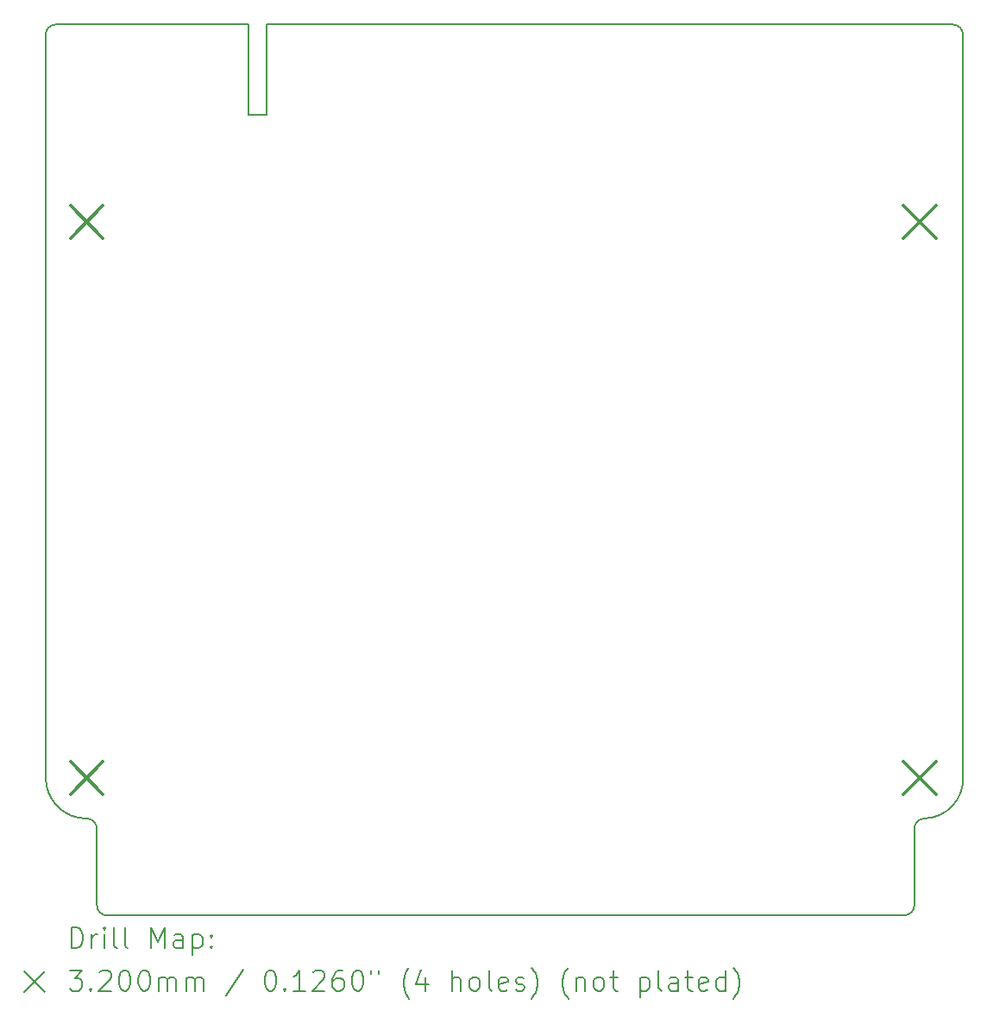
<source format=gbr>
%TF.GenerationSoftware,KiCad,Pcbnew,8.0.6-8.0.6-0~ubuntu24.04.1*%
%TF.CreationDate,2024-10-21T21:08:44+03:00*%
%TF.ProjectId,ZX Spectrum_ BUS Expander,5a582053-7065-4637-9472-756d2c204255,rev?*%
%TF.SameCoordinates,Original*%
%TF.FileFunction,Drillmap*%
%TF.FilePolarity,Positive*%
%FSLAX45Y45*%
G04 Gerber Fmt 4.5, Leading zero omitted, Abs format (unit mm)*
G04 Created by KiCad (PCBNEW 8.0.6-8.0.6-0~ubuntu24.04.1) date 2024-10-21 21:08:44*
%MOMM*%
%LPD*%
G01*
G04 APERTURE LIST*
%ADD10C,0.150000*%
%ADD11C,0.200000*%
%ADD12C,0.320000*%
G04 APERTURE END LIST*
D10*
X9481820Y-12554900D02*
X9481820Y-5267551D01*
X9984520Y-13804900D02*
X9984520Y-13054900D01*
X11652820Y-5168900D02*
X18384520Y-5168900D01*
X11652820Y-6057900D02*
X11652820Y-5168900D01*
X18384520Y-5168900D02*
G75*
G02*
X18484520Y-5268900I0J-100000D01*
G01*
X9884520Y-12954900D02*
G75*
G02*
X9984520Y-13054900I0J-100000D01*
G01*
X9580471Y-5168900D02*
X11475020Y-5168900D01*
X17906757Y-13904000D02*
X10084520Y-13904900D01*
X18006757Y-13804000D02*
G75*
G02*
X17906757Y-13903997I-99997J0D01*
G01*
X9884520Y-12954900D02*
G75*
G02*
X9481820Y-12554900I-1350J401350D01*
G01*
X18484520Y-5268900D02*
X18484520Y-12554000D01*
X10084520Y-13904900D02*
G75*
G02*
X9984520Y-13804900I0J100000D01*
G01*
X18484520Y-12554000D02*
G75*
G02*
X18106757Y-12954000I-388880J-11120D01*
G01*
X11475020Y-5168900D02*
X11475020Y-6057900D01*
X9481820Y-5267551D02*
G75*
G02*
X9580471Y-5168900I98650J1D01*
G01*
X11475020Y-6057900D02*
X11652820Y-6057900D01*
X18006757Y-13054000D02*
X18006757Y-13804000D01*
X18006757Y-13054000D02*
G75*
G02*
X18106757Y-12953997I100003J0D01*
G01*
D11*
D12*
X9724520Y-6942600D02*
X10044520Y-7262600D01*
X10044520Y-6942600D02*
X9724520Y-7262600D01*
X9724520Y-12394900D02*
X10044520Y-12714900D01*
X10044520Y-12394900D02*
X9724520Y-12714900D01*
X17901940Y-6942600D02*
X18221940Y-7262600D01*
X18221940Y-6942600D02*
X17901940Y-7262600D01*
X17901940Y-12394900D02*
X18221940Y-12714900D01*
X18221940Y-12394900D02*
X17901940Y-12714900D01*
D11*
X9735097Y-14223884D02*
X9735097Y-14023884D01*
X9735097Y-14023884D02*
X9782716Y-14023884D01*
X9782716Y-14023884D02*
X9811287Y-14033408D01*
X9811287Y-14033408D02*
X9830335Y-14052455D01*
X9830335Y-14052455D02*
X9839859Y-14071503D01*
X9839859Y-14071503D02*
X9849383Y-14109598D01*
X9849383Y-14109598D02*
X9849383Y-14138169D01*
X9849383Y-14138169D02*
X9839859Y-14176265D01*
X9839859Y-14176265D02*
X9830335Y-14195312D01*
X9830335Y-14195312D02*
X9811287Y-14214360D01*
X9811287Y-14214360D02*
X9782716Y-14223884D01*
X9782716Y-14223884D02*
X9735097Y-14223884D01*
X9935097Y-14223884D02*
X9935097Y-14090550D01*
X9935097Y-14128646D02*
X9944621Y-14109598D01*
X9944621Y-14109598D02*
X9954144Y-14100074D01*
X9954144Y-14100074D02*
X9973192Y-14090550D01*
X9973192Y-14090550D02*
X9992240Y-14090550D01*
X10058906Y-14223884D02*
X10058906Y-14090550D01*
X10058906Y-14023884D02*
X10049383Y-14033408D01*
X10049383Y-14033408D02*
X10058906Y-14042931D01*
X10058906Y-14042931D02*
X10068430Y-14033408D01*
X10068430Y-14033408D02*
X10058906Y-14023884D01*
X10058906Y-14023884D02*
X10058906Y-14042931D01*
X10182716Y-14223884D02*
X10163668Y-14214360D01*
X10163668Y-14214360D02*
X10154144Y-14195312D01*
X10154144Y-14195312D02*
X10154144Y-14023884D01*
X10287478Y-14223884D02*
X10268430Y-14214360D01*
X10268430Y-14214360D02*
X10258906Y-14195312D01*
X10258906Y-14195312D02*
X10258906Y-14023884D01*
X10516049Y-14223884D02*
X10516049Y-14023884D01*
X10516049Y-14023884D02*
X10582716Y-14166741D01*
X10582716Y-14166741D02*
X10649383Y-14023884D01*
X10649383Y-14023884D02*
X10649383Y-14223884D01*
X10830335Y-14223884D02*
X10830335Y-14119122D01*
X10830335Y-14119122D02*
X10820811Y-14100074D01*
X10820811Y-14100074D02*
X10801764Y-14090550D01*
X10801764Y-14090550D02*
X10763668Y-14090550D01*
X10763668Y-14090550D02*
X10744621Y-14100074D01*
X10830335Y-14214360D02*
X10811287Y-14223884D01*
X10811287Y-14223884D02*
X10763668Y-14223884D01*
X10763668Y-14223884D02*
X10744621Y-14214360D01*
X10744621Y-14214360D02*
X10735097Y-14195312D01*
X10735097Y-14195312D02*
X10735097Y-14176265D01*
X10735097Y-14176265D02*
X10744621Y-14157217D01*
X10744621Y-14157217D02*
X10763668Y-14147693D01*
X10763668Y-14147693D02*
X10811287Y-14147693D01*
X10811287Y-14147693D02*
X10830335Y-14138169D01*
X10925573Y-14090550D02*
X10925573Y-14290550D01*
X10925573Y-14100074D02*
X10944621Y-14090550D01*
X10944621Y-14090550D02*
X10982716Y-14090550D01*
X10982716Y-14090550D02*
X11001764Y-14100074D01*
X11001764Y-14100074D02*
X11011287Y-14109598D01*
X11011287Y-14109598D02*
X11020811Y-14128646D01*
X11020811Y-14128646D02*
X11020811Y-14185788D01*
X11020811Y-14185788D02*
X11011287Y-14204836D01*
X11011287Y-14204836D02*
X11001764Y-14214360D01*
X11001764Y-14214360D02*
X10982716Y-14223884D01*
X10982716Y-14223884D02*
X10944621Y-14223884D01*
X10944621Y-14223884D02*
X10925573Y-14214360D01*
X11106525Y-14204836D02*
X11116049Y-14214360D01*
X11116049Y-14214360D02*
X11106525Y-14223884D01*
X11106525Y-14223884D02*
X11097002Y-14214360D01*
X11097002Y-14214360D02*
X11106525Y-14204836D01*
X11106525Y-14204836D02*
X11106525Y-14223884D01*
X11106525Y-14100074D02*
X11116049Y-14109598D01*
X11116049Y-14109598D02*
X11106525Y-14119122D01*
X11106525Y-14119122D02*
X11097002Y-14109598D01*
X11097002Y-14109598D02*
X11106525Y-14100074D01*
X11106525Y-14100074D02*
X11106525Y-14119122D01*
X9274320Y-14452400D02*
X9474320Y-14652400D01*
X9474320Y-14452400D02*
X9274320Y-14652400D01*
X9716049Y-14443884D02*
X9839859Y-14443884D01*
X9839859Y-14443884D02*
X9773192Y-14520074D01*
X9773192Y-14520074D02*
X9801764Y-14520074D01*
X9801764Y-14520074D02*
X9820811Y-14529598D01*
X9820811Y-14529598D02*
X9830335Y-14539122D01*
X9830335Y-14539122D02*
X9839859Y-14558169D01*
X9839859Y-14558169D02*
X9839859Y-14605788D01*
X9839859Y-14605788D02*
X9830335Y-14624836D01*
X9830335Y-14624836D02*
X9820811Y-14634360D01*
X9820811Y-14634360D02*
X9801764Y-14643884D01*
X9801764Y-14643884D02*
X9744621Y-14643884D01*
X9744621Y-14643884D02*
X9725573Y-14634360D01*
X9725573Y-14634360D02*
X9716049Y-14624836D01*
X9925573Y-14624836D02*
X9935097Y-14634360D01*
X9935097Y-14634360D02*
X9925573Y-14643884D01*
X9925573Y-14643884D02*
X9916049Y-14634360D01*
X9916049Y-14634360D02*
X9925573Y-14624836D01*
X9925573Y-14624836D02*
X9925573Y-14643884D01*
X10011287Y-14462931D02*
X10020811Y-14453408D01*
X10020811Y-14453408D02*
X10039859Y-14443884D01*
X10039859Y-14443884D02*
X10087478Y-14443884D01*
X10087478Y-14443884D02*
X10106525Y-14453408D01*
X10106525Y-14453408D02*
X10116049Y-14462931D01*
X10116049Y-14462931D02*
X10125573Y-14481979D01*
X10125573Y-14481979D02*
X10125573Y-14501027D01*
X10125573Y-14501027D02*
X10116049Y-14529598D01*
X10116049Y-14529598D02*
X10001764Y-14643884D01*
X10001764Y-14643884D02*
X10125573Y-14643884D01*
X10249383Y-14443884D02*
X10268430Y-14443884D01*
X10268430Y-14443884D02*
X10287478Y-14453408D01*
X10287478Y-14453408D02*
X10297002Y-14462931D01*
X10297002Y-14462931D02*
X10306525Y-14481979D01*
X10306525Y-14481979D02*
X10316049Y-14520074D01*
X10316049Y-14520074D02*
X10316049Y-14567693D01*
X10316049Y-14567693D02*
X10306525Y-14605788D01*
X10306525Y-14605788D02*
X10297002Y-14624836D01*
X10297002Y-14624836D02*
X10287478Y-14634360D01*
X10287478Y-14634360D02*
X10268430Y-14643884D01*
X10268430Y-14643884D02*
X10249383Y-14643884D01*
X10249383Y-14643884D02*
X10230335Y-14634360D01*
X10230335Y-14634360D02*
X10220811Y-14624836D01*
X10220811Y-14624836D02*
X10211287Y-14605788D01*
X10211287Y-14605788D02*
X10201764Y-14567693D01*
X10201764Y-14567693D02*
X10201764Y-14520074D01*
X10201764Y-14520074D02*
X10211287Y-14481979D01*
X10211287Y-14481979D02*
X10220811Y-14462931D01*
X10220811Y-14462931D02*
X10230335Y-14453408D01*
X10230335Y-14453408D02*
X10249383Y-14443884D01*
X10439859Y-14443884D02*
X10458906Y-14443884D01*
X10458906Y-14443884D02*
X10477954Y-14453408D01*
X10477954Y-14453408D02*
X10487478Y-14462931D01*
X10487478Y-14462931D02*
X10497002Y-14481979D01*
X10497002Y-14481979D02*
X10506525Y-14520074D01*
X10506525Y-14520074D02*
X10506525Y-14567693D01*
X10506525Y-14567693D02*
X10497002Y-14605788D01*
X10497002Y-14605788D02*
X10487478Y-14624836D01*
X10487478Y-14624836D02*
X10477954Y-14634360D01*
X10477954Y-14634360D02*
X10458906Y-14643884D01*
X10458906Y-14643884D02*
X10439859Y-14643884D01*
X10439859Y-14643884D02*
X10420811Y-14634360D01*
X10420811Y-14634360D02*
X10411287Y-14624836D01*
X10411287Y-14624836D02*
X10401764Y-14605788D01*
X10401764Y-14605788D02*
X10392240Y-14567693D01*
X10392240Y-14567693D02*
X10392240Y-14520074D01*
X10392240Y-14520074D02*
X10401764Y-14481979D01*
X10401764Y-14481979D02*
X10411287Y-14462931D01*
X10411287Y-14462931D02*
X10420811Y-14453408D01*
X10420811Y-14453408D02*
X10439859Y-14443884D01*
X10592240Y-14643884D02*
X10592240Y-14510550D01*
X10592240Y-14529598D02*
X10601764Y-14520074D01*
X10601764Y-14520074D02*
X10620811Y-14510550D01*
X10620811Y-14510550D02*
X10649383Y-14510550D01*
X10649383Y-14510550D02*
X10668430Y-14520074D01*
X10668430Y-14520074D02*
X10677954Y-14539122D01*
X10677954Y-14539122D02*
X10677954Y-14643884D01*
X10677954Y-14539122D02*
X10687478Y-14520074D01*
X10687478Y-14520074D02*
X10706525Y-14510550D01*
X10706525Y-14510550D02*
X10735097Y-14510550D01*
X10735097Y-14510550D02*
X10754145Y-14520074D01*
X10754145Y-14520074D02*
X10763668Y-14539122D01*
X10763668Y-14539122D02*
X10763668Y-14643884D01*
X10858906Y-14643884D02*
X10858906Y-14510550D01*
X10858906Y-14529598D02*
X10868430Y-14520074D01*
X10868430Y-14520074D02*
X10887478Y-14510550D01*
X10887478Y-14510550D02*
X10916049Y-14510550D01*
X10916049Y-14510550D02*
X10935097Y-14520074D01*
X10935097Y-14520074D02*
X10944621Y-14539122D01*
X10944621Y-14539122D02*
X10944621Y-14643884D01*
X10944621Y-14539122D02*
X10954145Y-14520074D01*
X10954145Y-14520074D02*
X10973192Y-14510550D01*
X10973192Y-14510550D02*
X11001764Y-14510550D01*
X11001764Y-14510550D02*
X11020811Y-14520074D01*
X11020811Y-14520074D02*
X11030335Y-14539122D01*
X11030335Y-14539122D02*
X11030335Y-14643884D01*
X11420811Y-14434360D02*
X11249383Y-14691503D01*
X11677954Y-14443884D02*
X11697002Y-14443884D01*
X11697002Y-14443884D02*
X11716049Y-14453408D01*
X11716049Y-14453408D02*
X11725573Y-14462931D01*
X11725573Y-14462931D02*
X11735097Y-14481979D01*
X11735097Y-14481979D02*
X11744621Y-14520074D01*
X11744621Y-14520074D02*
X11744621Y-14567693D01*
X11744621Y-14567693D02*
X11735097Y-14605788D01*
X11735097Y-14605788D02*
X11725573Y-14624836D01*
X11725573Y-14624836D02*
X11716049Y-14634360D01*
X11716049Y-14634360D02*
X11697002Y-14643884D01*
X11697002Y-14643884D02*
X11677954Y-14643884D01*
X11677954Y-14643884D02*
X11658906Y-14634360D01*
X11658906Y-14634360D02*
X11649383Y-14624836D01*
X11649383Y-14624836D02*
X11639859Y-14605788D01*
X11639859Y-14605788D02*
X11630335Y-14567693D01*
X11630335Y-14567693D02*
X11630335Y-14520074D01*
X11630335Y-14520074D02*
X11639859Y-14481979D01*
X11639859Y-14481979D02*
X11649383Y-14462931D01*
X11649383Y-14462931D02*
X11658906Y-14453408D01*
X11658906Y-14453408D02*
X11677954Y-14443884D01*
X11830335Y-14624836D02*
X11839859Y-14634360D01*
X11839859Y-14634360D02*
X11830335Y-14643884D01*
X11830335Y-14643884D02*
X11820811Y-14634360D01*
X11820811Y-14634360D02*
X11830335Y-14624836D01*
X11830335Y-14624836D02*
X11830335Y-14643884D01*
X12030335Y-14643884D02*
X11916049Y-14643884D01*
X11973192Y-14643884D02*
X11973192Y-14443884D01*
X11973192Y-14443884D02*
X11954145Y-14472455D01*
X11954145Y-14472455D02*
X11935097Y-14491503D01*
X11935097Y-14491503D02*
X11916049Y-14501027D01*
X12106526Y-14462931D02*
X12116049Y-14453408D01*
X12116049Y-14453408D02*
X12135097Y-14443884D01*
X12135097Y-14443884D02*
X12182716Y-14443884D01*
X12182716Y-14443884D02*
X12201764Y-14453408D01*
X12201764Y-14453408D02*
X12211287Y-14462931D01*
X12211287Y-14462931D02*
X12220811Y-14481979D01*
X12220811Y-14481979D02*
X12220811Y-14501027D01*
X12220811Y-14501027D02*
X12211287Y-14529598D01*
X12211287Y-14529598D02*
X12097002Y-14643884D01*
X12097002Y-14643884D02*
X12220811Y-14643884D01*
X12392240Y-14443884D02*
X12354145Y-14443884D01*
X12354145Y-14443884D02*
X12335097Y-14453408D01*
X12335097Y-14453408D02*
X12325573Y-14462931D01*
X12325573Y-14462931D02*
X12306526Y-14491503D01*
X12306526Y-14491503D02*
X12297002Y-14529598D01*
X12297002Y-14529598D02*
X12297002Y-14605788D01*
X12297002Y-14605788D02*
X12306526Y-14624836D01*
X12306526Y-14624836D02*
X12316049Y-14634360D01*
X12316049Y-14634360D02*
X12335097Y-14643884D01*
X12335097Y-14643884D02*
X12373192Y-14643884D01*
X12373192Y-14643884D02*
X12392240Y-14634360D01*
X12392240Y-14634360D02*
X12401764Y-14624836D01*
X12401764Y-14624836D02*
X12411287Y-14605788D01*
X12411287Y-14605788D02*
X12411287Y-14558169D01*
X12411287Y-14558169D02*
X12401764Y-14539122D01*
X12401764Y-14539122D02*
X12392240Y-14529598D01*
X12392240Y-14529598D02*
X12373192Y-14520074D01*
X12373192Y-14520074D02*
X12335097Y-14520074D01*
X12335097Y-14520074D02*
X12316049Y-14529598D01*
X12316049Y-14529598D02*
X12306526Y-14539122D01*
X12306526Y-14539122D02*
X12297002Y-14558169D01*
X12535097Y-14443884D02*
X12554145Y-14443884D01*
X12554145Y-14443884D02*
X12573192Y-14453408D01*
X12573192Y-14453408D02*
X12582716Y-14462931D01*
X12582716Y-14462931D02*
X12592240Y-14481979D01*
X12592240Y-14481979D02*
X12601764Y-14520074D01*
X12601764Y-14520074D02*
X12601764Y-14567693D01*
X12601764Y-14567693D02*
X12592240Y-14605788D01*
X12592240Y-14605788D02*
X12582716Y-14624836D01*
X12582716Y-14624836D02*
X12573192Y-14634360D01*
X12573192Y-14634360D02*
X12554145Y-14643884D01*
X12554145Y-14643884D02*
X12535097Y-14643884D01*
X12535097Y-14643884D02*
X12516049Y-14634360D01*
X12516049Y-14634360D02*
X12506526Y-14624836D01*
X12506526Y-14624836D02*
X12497002Y-14605788D01*
X12497002Y-14605788D02*
X12487478Y-14567693D01*
X12487478Y-14567693D02*
X12487478Y-14520074D01*
X12487478Y-14520074D02*
X12497002Y-14481979D01*
X12497002Y-14481979D02*
X12506526Y-14462931D01*
X12506526Y-14462931D02*
X12516049Y-14453408D01*
X12516049Y-14453408D02*
X12535097Y-14443884D01*
X12677954Y-14443884D02*
X12677954Y-14481979D01*
X12754145Y-14443884D02*
X12754145Y-14481979D01*
X13049383Y-14720074D02*
X13039859Y-14710550D01*
X13039859Y-14710550D02*
X13020811Y-14681979D01*
X13020811Y-14681979D02*
X13011288Y-14662931D01*
X13011288Y-14662931D02*
X13001764Y-14634360D01*
X13001764Y-14634360D02*
X12992240Y-14586741D01*
X12992240Y-14586741D02*
X12992240Y-14548646D01*
X12992240Y-14548646D02*
X13001764Y-14501027D01*
X13001764Y-14501027D02*
X13011288Y-14472455D01*
X13011288Y-14472455D02*
X13020811Y-14453408D01*
X13020811Y-14453408D02*
X13039859Y-14424836D01*
X13039859Y-14424836D02*
X13049383Y-14415312D01*
X13211288Y-14510550D02*
X13211288Y-14643884D01*
X13163668Y-14434360D02*
X13116049Y-14577217D01*
X13116049Y-14577217D02*
X13239859Y-14577217D01*
X13468430Y-14643884D02*
X13468430Y-14443884D01*
X13554145Y-14643884D02*
X13554145Y-14539122D01*
X13554145Y-14539122D02*
X13544621Y-14520074D01*
X13544621Y-14520074D02*
X13525573Y-14510550D01*
X13525573Y-14510550D02*
X13497002Y-14510550D01*
X13497002Y-14510550D02*
X13477954Y-14520074D01*
X13477954Y-14520074D02*
X13468430Y-14529598D01*
X13677954Y-14643884D02*
X13658907Y-14634360D01*
X13658907Y-14634360D02*
X13649383Y-14624836D01*
X13649383Y-14624836D02*
X13639859Y-14605788D01*
X13639859Y-14605788D02*
X13639859Y-14548646D01*
X13639859Y-14548646D02*
X13649383Y-14529598D01*
X13649383Y-14529598D02*
X13658907Y-14520074D01*
X13658907Y-14520074D02*
X13677954Y-14510550D01*
X13677954Y-14510550D02*
X13706526Y-14510550D01*
X13706526Y-14510550D02*
X13725573Y-14520074D01*
X13725573Y-14520074D02*
X13735097Y-14529598D01*
X13735097Y-14529598D02*
X13744621Y-14548646D01*
X13744621Y-14548646D02*
X13744621Y-14605788D01*
X13744621Y-14605788D02*
X13735097Y-14624836D01*
X13735097Y-14624836D02*
X13725573Y-14634360D01*
X13725573Y-14634360D02*
X13706526Y-14643884D01*
X13706526Y-14643884D02*
X13677954Y-14643884D01*
X13858907Y-14643884D02*
X13839859Y-14634360D01*
X13839859Y-14634360D02*
X13830335Y-14615312D01*
X13830335Y-14615312D02*
X13830335Y-14443884D01*
X14011288Y-14634360D02*
X13992240Y-14643884D01*
X13992240Y-14643884D02*
X13954145Y-14643884D01*
X13954145Y-14643884D02*
X13935097Y-14634360D01*
X13935097Y-14634360D02*
X13925573Y-14615312D01*
X13925573Y-14615312D02*
X13925573Y-14539122D01*
X13925573Y-14539122D02*
X13935097Y-14520074D01*
X13935097Y-14520074D02*
X13954145Y-14510550D01*
X13954145Y-14510550D02*
X13992240Y-14510550D01*
X13992240Y-14510550D02*
X14011288Y-14520074D01*
X14011288Y-14520074D02*
X14020811Y-14539122D01*
X14020811Y-14539122D02*
X14020811Y-14558169D01*
X14020811Y-14558169D02*
X13925573Y-14577217D01*
X14097002Y-14634360D02*
X14116050Y-14643884D01*
X14116050Y-14643884D02*
X14154145Y-14643884D01*
X14154145Y-14643884D02*
X14173192Y-14634360D01*
X14173192Y-14634360D02*
X14182716Y-14615312D01*
X14182716Y-14615312D02*
X14182716Y-14605788D01*
X14182716Y-14605788D02*
X14173192Y-14586741D01*
X14173192Y-14586741D02*
X14154145Y-14577217D01*
X14154145Y-14577217D02*
X14125573Y-14577217D01*
X14125573Y-14577217D02*
X14106526Y-14567693D01*
X14106526Y-14567693D02*
X14097002Y-14548646D01*
X14097002Y-14548646D02*
X14097002Y-14539122D01*
X14097002Y-14539122D02*
X14106526Y-14520074D01*
X14106526Y-14520074D02*
X14125573Y-14510550D01*
X14125573Y-14510550D02*
X14154145Y-14510550D01*
X14154145Y-14510550D02*
X14173192Y-14520074D01*
X14249383Y-14720074D02*
X14258907Y-14710550D01*
X14258907Y-14710550D02*
X14277954Y-14681979D01*
X14277954Y-14681979D02*
X14287478Y-14662931D01*
X14287478Y-14662931D02*
X14297002Y-14634360D01*
X14297002Y-14634360D02*
X14306526Y-14586741D01*
X14306526Y-14586741D02*
X14306526Y-14548646D01*
X14306526Y-14548646D02*
X14297002Y-14501027D01*
X14297002Y-14501027D02*
X14287478Y-14472455D01*
X14287478Y-14472455D02*
X14277954Y-14453408D01*
X14277954Y-14453408D02*
X14258907Y-14424836D01*
X14258907Y-14424836D02*
X14249383Y-14415312D01*
X14611288Y-14720074D02*
X14601764Y-14710550D01*
X14601764Y-14710550D02*
X14582716Y-14681979D01*
X14582716Y-14681979D02*
X14573192Y-14662931D01*
X14573192Y-14662931D02*
X14563669Y-14634360D01*
X14563669Y-14634360D02*
X14554145Y-14586741D01*
X14554145Y-14586741D02*
X14554145Y-14548646D01*
X14554145Y-14548646D02*
X14563669Y-14501027D01*
X14563669Y-14501027D02*
X14573192Y-14472455D01*
X14573192Y-14472455D02*
X14582716Y-14453408D01*
X14582716Y-14453408D02*
X14601764Y-14424836D01*
X14601764Y-14424836D02*
X14611288Y-14415312D01*
X14687478Y-14510550D02*
X14687478Y-14643884D01*
X14687478Y-14529598D02*
X14697002Y-14520074D01*
X14697002Y-14520074D02*
X14716050Y-14510550D01*
X14716050Y-14510550D02*
X14744621Y-14510550D01*
X14744621Y-14510550D02*
X14763669Y-14520074D01*
X14763669Y-14520074D02*
X14773192Y-14539122D01*
X14773192Y-14539122D02*
X14773192Y-14643884D01*
X14897002Y-14643884D02*
X14877954Y-14634360D01*
X14877954Y-14634360D02*
X14868431Y-14624836D01*
X14868431Y-14624836D02*
X14858907Y-14605788D01*
X14858907Y-14605788D02*
X14858907Y-14548646D01*
X14858907Y-14548646D02*
X14868431Y-14529598D01*
X14868431Y-14529598D02*
X14877954Y-14520074D01*
X14877954Y-14520074D02*
X14897002Y-14510550D01*
X14897002Y-14510550D02*
X14925573Y-14510550D01*
X14925573Y-14510550D02*
X14944621Y-14520074D01*
X14944621Y-14520074D02*
X14954145Y-14529598D01*
X14954145Y-14529598D02*
X14963669Y-14548646D01*
X14963669Y-14548646D02*
X14963669Y-14605788D01*
X14963669Y-14605788D02*
X14954145Y-14624836D01*
X14954145Y-14624836D02*
X14944621Y-14634360D01*
X14944621Y-14634360D02*
X14925573Y-14643884D01*
X14925573Y-14643884D02*
X14897002Y-14643884D01*
X15020812Y-14510550D02*
X15097002Y-14510550D01*
X15049383Y-14443884D02*
X15049383Y-14615312D01*
X15049383Y-14615312D02*
X15058907Y-14634360D01*
X15058907Y-14634360D02*
X15077954Y-14643884D01*
X15077954Y-14643884D02*
X15097002Y-14643884D01*
X15316050Y-14510550D02*
X15316050Y-14710550D01*
X15316050Y-14520074D02*
X15335097Y-14510550D01*
X15335097Y-14510550D02*
X15373193Y-14510550D01*
X15373193Y-14510550D02*
X15392240Y-14520074D01*
X15392240Y-14520074D02*
X15401764Y-14529598D01*
X15401764Y-14529598D02*
X15411288Y-14548646D01*
X15411288Y-14548646D02*
X15411288Y-14605788D01*
X15411288Y-14605788D02*
X15401764Y-14624836D01*
X15401764Y-14624836D02*
X15392240Y-14634360D01*
X15392240Y-14634360D02*
X15373193Y-14643884D01*
X15373193Y-14643884D02*
X15335097Y-14643884D01*
X15335097Y-14643884D02*
X15316050Y-14634360D01*
X15525573Y-14643884D02*
X15506526Y-14634360D01*
X15506526Y-14634360D02*
X15497002Y-14615312D01*
X15497002Y-14615312D02*
X15497002Y-14443884D01*
X15687478Y-14643884D02*
X15687478Y-14539122D01*
X15687478Y-14539122D02*
X15677954Y-14520074D01*
X15677954Y-14520074D02*
X15658907Y-14510550D01*
X15658907Y-14510550D02*
X15620812Y-14510550D01*
X15620812Y-14510550D02*
X15601764Y-14520074D01*
X15687478Y-14634360D02*
X15668431Y-14643884D01*
X15668431Y-14643884D02*
X15620812Y-14643884D01*
X15620812Y-14643884D02*
X15601764Y-14634360D01*
X15601764Y-14634360D02*
X15592240Y-14615312D01*
X15592240Y-14615312D02*
X15592240Y-14596265D01*
X15592240Y-14596265D02*
X15601764Y-14577217D01*
X15601764Y-14577217D02*
X15620812Y-14567693D01*
X15620812Y-14567693D02*
X15668431Y-14567693D01*
X15668431Y-14567693D02*
X15687478Y-14558169D01*
X15754145Y-14510550D02*
X15830335Y-14510550D01*
X15782716Y-14443884D02*
X15782716Y-14615312D01*
X15782716Y-14615312D02*
X15792240Y-14634360D01*
X15792240Y-14634360D02*
X15811288Y-14643884D01*
X15811288Y-14643884D02*
X15830335Y-14643884D01*
X15973193Y-14634360D02*
X15954145Y-14643884D01*
X15954145Y-14643884D02*
X15916050Y-14643884D01*
X15916050Y-14643884D02*
X15897002Y-14634360D01*
X15897002Y-14634360D02*
X15887478Y-14615312D01*
X15887478Y-14615312D02*
X15887478Y-14539122D01*
X15887478Y-14539122D02*
X15897002Y-14520074D01*
X15897002Y-14520074D02*
X15916050Y-14510550D01*
X15916050Y-14510550D02*
X15954145Y-14510550D01*
X15954145Y-14510550D02*
X15973193Y-14520074D01*
X15973193Y-14520074D02*
X15982716Y-14539122D01*
X15982716Y-14539122D02*
X15982716Y-14558169D01*
X15982716Y-14558169D02*
X15887478Y-14577217D01*
X16154145Y-14643884D02*
X16154145Y-14443884D01*
X16154145Y-14634360D02*
X16135097Y-14643884D01*
X16135097Y-14643884D02*
X16097002Y-14643884D01*
X16097002Y-14643884D02*
X16077954Y-14634360D01*
X16077954Y-14634360D02*
X16068431Y-14624836D01*
X16068431Y-14624836D02*
X16058907Y-14605788D01*
X16058907Y-14605788D02*
X16058907Y-14548646D01*
X16058907Y-14548646D02*
X16068431Y-14529598D01*
X16068431Y-14529598D02*
X16077954Y-14520074D01*
X16077954Y-14520074D02*
X16097002Y-14510550D01*
X16097002Y-14510550D02*
X16135097Y-14510550D01*
X16135097Y-14510550D02*
X16154145Y-14520074D01*
X16230335Y-14720074D02*
X16239859Y-14710550D01*
X16239859Y-14710550D02*
X16258907Y-14681979D01*
X16258907Y-14681979D02*
X16268431Y-14662931D01*
X16268431Y-14662931D02*
X16277954Y-14634360D01*
X16277954Y-14634360D02*
X16287478Y-14586741D01*
X16287478Y-14586741D02*
X16287478Y-14548646D01*
X16287478Y-14548646D02*
X16277954Y-14501027D01*
X16277954Y-14501027D02*
X16268431Y-14472455D01*
X16268431Y-14472455D02*
X16258907Y-14453408D01*
X16258907Y-14453408D02*
X16239859Y-14424836D01*
X16239859Y-14424836D02*
X16230335Y-14415312D01*
M02*

</source>
